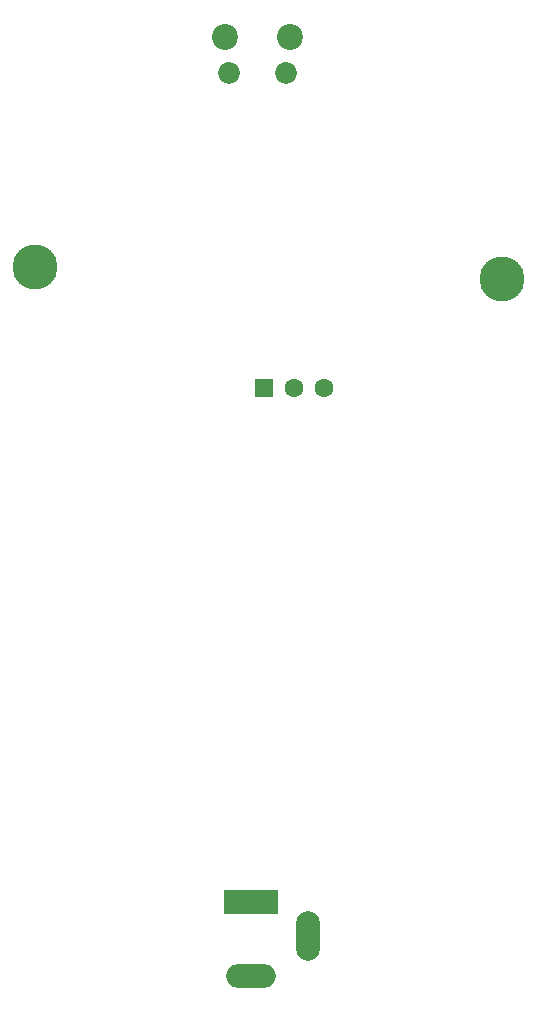
<source format=gbr>
%TF.GenerationSoftware,KiCad,Pcbnew,9.0.3*%
%TF.CreationDate,2025-07-21T12:15:01+10:00*%
%TF.ProjectId,light_control_sched,6c696768-745f-4636-9f6e-74726f6c5f73,rev?*%
%TF.SameCoordinates,Original*%
%TF.FileFunction,Soldermask,Bot*%
%TF.FilePolarity,Negative*%
%FSLAX46Y46*%
G04 Gerber Fmt 4.6, Leading zero omitted, Abs format (unit mm)*
G04 Created by KiCad (PCBNEW 9.0.3) date 2025-07-21 12:15:01*
%MOMM*%
%LPD*%
G01*
G04 APERTURE LIST*
G04 Aperture macros list*
%AMRoundRect*
0 Rectangle with rounded corners*
0 $1 Rounding radius*
0 $2 $3 $4 $5 $6 $7 $8 $9 X,Y pos of 4 corners*
0 Add a 4 corners polygon primitive as box body*
4,1,4,$2,$3,$4,$5,$6,$7,$8,$9,$2,$3,0*
0 Add four circle primitives for the rounded corners*
1,1,$1+$1,$2,$3*
1,1,$1+$1,$4,$5*
1,1,$1+$1,$6,$7*
1,1,$1+$1,$8,$9*
0 Add four rect primitives between the rounded corners*
20,1,$1+$1,$2,$3,$4,$5,0*
20,1,$1+$1,$4,$5,$6,$7,0*
20,1,$1+$1,$6,$7,$8,$9,0*
20,1,$1+$1,$8,$9,$2,$3,0*%
G04 Aperture macros list end*
%ADD10C,3.800000*%
%ADD11C,2.200000*%
%ADD12C,1.850000*%
%ADD13RoundRect,0.200000X-0.600000X-0.600000X0.600000X-0.600000X0.600000X0.600000X-0.600000X0.600000X0*%
%ADD14C,1.600000*%
%ADD15R,4.600000X2.000000*%
%ADD16O,4.200000X2.000000*%
%ADD17O,2.000000X4.200000*%
G04 APERTURE END LIST*
D10*
%TO.C,H1*%
X166000000Y-83500000D03*
%TD*%
D11*
%TO.C,A1*%
X142585000Y-62990000D03*
D12*
X142885000Y-66020000D03*
X147735000Y-66020000D03*
D11*
X148035000Y-62990000D03*
D13*
X145894100Y-92690000D03*
D14*
X148434100Y-92690000D03*
X150974100Y-92690000D03*
%TD*%
D15*
%TO.C,J1*%
X144775000Y-136200000D03*
D16*
X144775000Y-142500000D03*
D17*
X149575000Y-139100000D03*
%TD*%
D10*
%TO.C,H2*%
X126500000Y-82500000D03*
%TD*%
M02*

</source>
